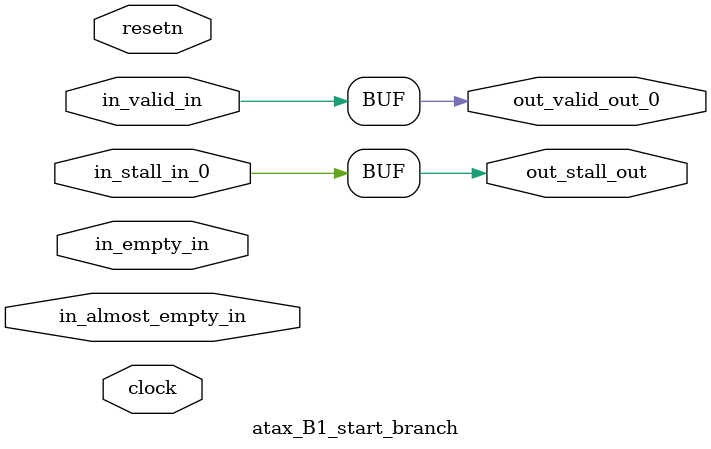
<source format=sv>



(* altera_attribute = "-name AUTO_SHIFT_REGISTER_RECOGNITION OFF; -name MESSAGE_DISABLE 10036; -name MESSAGE_DISABLE 10037; -name MESSAGE_DISABLE 14130; -name MESSAGE_DISABLE 14320; -name MESSAGE_DISABLE 15400; -name MESSAGE_DISABLE 14130; -name MESSAGE_DISABLE 10036; -name MESSAGE_DISABLE 12020; -name MESSAGE_DISABLE 12030; -name MESSAGE_DISABLE 12010; -name MESSAGE_DISABLE 12110; -name MESSAGE_DISABLE 14320; -name MESSAGE_DISABLE 13410; -name MESSAGE_DISABLE 113007; -name MESSAGE_DISABLE 10958" *)
module atax_B1_start_branch (
    input wire [0:0] in_almost_empty_in,
    input wire [0:0] in_empty_in,
    input wire [0:0] in_stall_in_0,
    input wire [0:0] in_valid_in,
    output wire [0:0] out_stall_out,
    output wire [0:0] out_valid_out_0,
    input wire clock,
    input wire resetn
    );

    reg [0:0] rst_sync_rst_sclrn;


    // out_stall_out(GPOUT,6)
    assign out_stall_out = in_stall_in_0;

    // out_valid_out_0(GPOUT,7)
    assign out_valid_out_0 = in_valid_in;

    // rst_sync(RESETSYNC,8)
    acl_reset_handler #(
        .ASYNC_RESET(0),
        .USE_SYNCHRONIZER(1),
        .PULSE_EXTENSION(0),
        .PIPE_DEPTH(3),
        .DUPLICATE(1)
    ) therst_sync (
        .clk(clock),
        .i_resetn(resetn),
        .o_sclrn(rst_sync_rst_sclrn)
    );

endmodule

</source>
